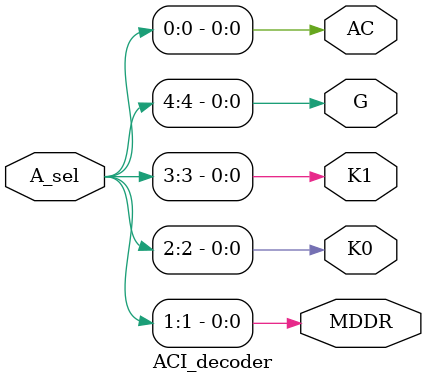
<source format=v>
module ACI_decoder(A_sel,MDDR,K0,K1,G,AC); 

input [4:0] A_sel;

output   MDDR,K0,K1,G,AC;

assign AC   = A_sel[0];
assign MDDR = A_sel[1];
assign K0   = A_sel[2];
assign K1   = A_sel[3];
assign G    = A_sel[4];


endmodule 
</source>
